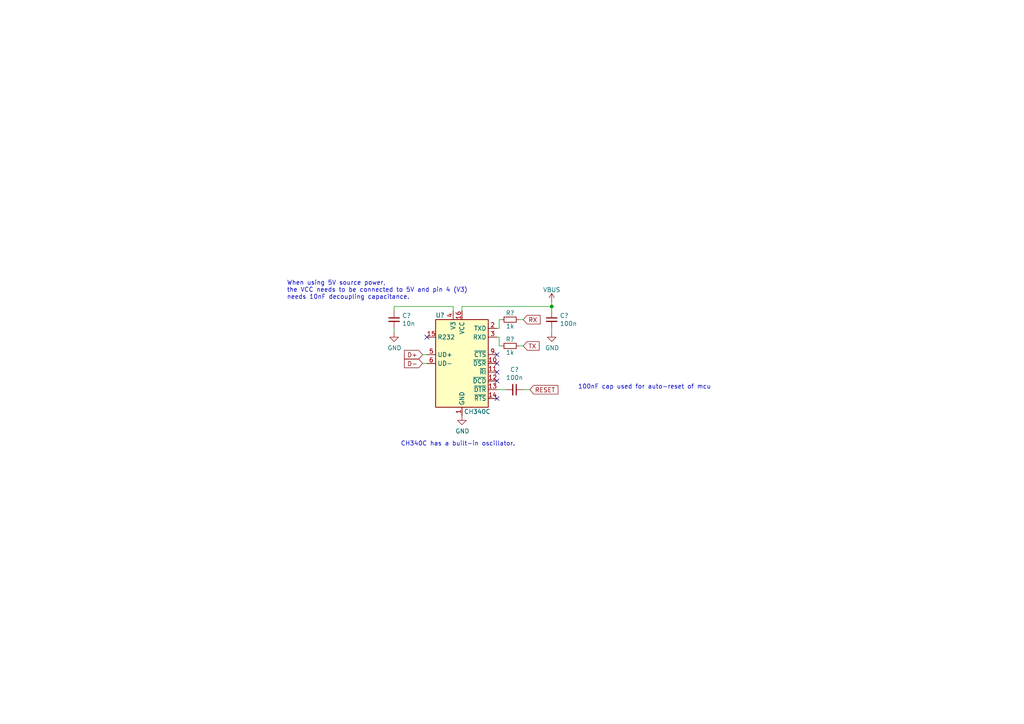
<source format=kicad_sch>
(kicad_sch (version 20211123) (generator eeschema)
  (paper "A4")
  (lib_symbols
    (symbol "Device:C_Small" (pin_numbers hide) (pin_names (offset 0.254) hide)
      (property "Reference" "C" (at 0.254 1.778 0))
      (property "Value" "C_Small" (at 0.254 -2.032 0))
      (symbol "C_Small_0_1"
        (polyline (pts (xy -1.524 -0.508) (xy 1.524 -0.508)) (stroke (width 0.3302)))
        (polyline (pts (xy -1.524 0.508) (xy 1.524 0.508)) (stroke (width 0.3048)))
      )
      (symbol "C_Small_1_1"
        (pin passive line (at 0 2.54 270) (length 2.032) (name "~") (number "1"))
        (pin passive line (at 0 -2.54 90) (length 2.032) (name "~") (number "2"))
      )
    )
    (symbol "Device:R_Small" (pin_numbers hide) (pin_names (offset 0.254) hide)
      (property "Reference" "R" (at 0.762 0.508 0))
      (property "Value" "R_Small" (at 0.762 -1.016 0))
      (symbol "R_Small_0_1"
        (rectangle (start -0.762 1.778) (end 0.762 -1.778) (stroke (width 0.2032)))
      )
      (symbol "R_Small_1_1"
        (pin passive line (at 0 2.54 270) (length 0.762) (name "~") (number "1"))
        (pin passive line (at 0 -2.54 90) (length 0.762) (name "~") (number "2"))
      )
    )
    (symbol "Interface_USB:CH340C"
      (property "Reference" "U" (at -5.08 13.97 0))
      (property "Value" "CH340C" (at 1.27 13.97 0))
      (symbol "CH340C_0_1"
        (rectangle (start -7.62 12.7) (end 7.62 -12.7) (stroke (width 0.254)) (fill (type background)))
      )
      (symbol "CH340C_1_1"
        (pin power_in line (at 0 -15.24 90) (length 2.54) (name "GND") (number "1"))
        (pin input line (at 10.16 0 180) (length 2.54) (name "~{DSR}") (number "10"))
        (pin input line (at 10.16 -2.54 180) (length 2.54) (name "~{RI}") (number "11"))
        (pin input line (at 10.16 -5.08 180) (length 2.54) (name "~{DCD}") (number "12"))
        (pin output line (at 10.16 -7.62 180) (length 2.54) (name "~{DTR}") (number "13"))
        (pin output line (at 10.16 -10.16 180) (length 2.54) (name "~{RTS}") (number "14"))
        (pin input line (at -10.16 7.62 0) (length 2.54) (name "R232") (number "15"))
        (pin power_in line (at 0 15.24 270) (length 2.54) (name "VCC") (number "16"))
        (pin output line (at 10.16 10.16 180) (length 2.54) (name "TXD") (number "2"))
        (pin input line (at 10.16 7.62 180) (length 2.54) (name "RXD") (number "3"))
        (pin passive line (at -2.54 15.24 270) (length 2.54) (name "V3") (number "4"))
        (pin bidirectional line (at -10.16 2.54 0) (length 2.54) (name "UD+") (number "5"))
        (pin bidirectional line (at -10.16 0 0) (length 2.54) (name "UD-") (number "6"))
        (pin no_connect line (at -7.62 -7.62 0) (length 2.54) hide (name "NC") (number "7"))
        (pin no_connect line (at -7.62 -10.16 0) (length 2.54) hide (name "NC") (number "8"))
        (pin input line (at 10.16 2.54 180) (length 2.54) (name "~{CTS}") (number "9"))
      )
    )
    (symbol "power:GND" (power) (pin_names (offset 0))
      (property "Value" "GND" (at 0 -3.81 0))
      (symbol "GND_0_1"
        (polyline (pts (xy 0 0) (xy 0 -1.27) (xy 1.27 -1.27) (xy 0 -2.54) (xy -1.27 -1.27) (xy 0 -1.27)))
      )
      (symbol "GND_1_1"
        (pin power_in line (at 0 0 270) (length 0) hide (name "GND") (number "1"))
      )
    )
    (symbol "power:VBUS" (power) (pin_names (offset 0))
      (property "Value" "VBUS" (at 0 3.81 0))
      (symbol "VBUS_0_1"
        (polyline (pts (xy -0.762 1.27) (xy 0 2.54)))
        (polyline (pts (xy 0 0) (xy 0 2.54)))
        (polyline (pts (xy 0 2.54) (xy 0.762 1.27)))
      )
      (symbol "VBUS_1_1"
        (pin power_in line (at 0 0 90) (length 0) hide (name "VBUS") (number "1"))
      )
    )
  )
  (junction (at 160.02 88.9))
  (no_connect (at 144.145 110.49))
  (no_connect (at 123.825 97.79))
  (no_connect (at 144.145 115.57))
  (no_connect (at 144.145 105.41))
  (no_connect (at 144.145 102.87))
  (no_connect (at 144.145 107.95))
  (wire (pts (xy 160.02 96.52) (xy 160.02 95.25)))
  (wire (pts (xy 145.415 100.33) (xy 144.78 100.33)))
  (wire (pts (xy 146.685 113.03) (xy 144.145 113.03)))
  (wire (pts (xy 122.555 102.87) (xy 123.825 102.87)))
  (wire (pts (xy 144.78 100.33) (xy 144.78 97.79)))
  (wire (pts (xy 131.445 90.17) (xy 131.445 88.9)))
  (wire (pts (xy 133.985 90.17) (xy 133.985 88.9)))
  (wire (pts (xy 160.02 87.63) (xy 160.02 88.9)))
  (wire (pts (xy 150.495 92.71) (xy 151.765 92.71)))
  (wire (pts (xy 153.67 113.03) (xy 151.765 113.03)))
  (wire (pts (xy 144.145 95.25) (xy 144.78 95.25)))
  (wire (pts (xy 150.495 100.33) (xy 151.765 100.33)))
  (wire (pts (xy 122.555 105.41) (xy 123.825 105.41)))
  (wire (pts (xy 114.3 90.17) (xy 114.3 88.9)))
  (wire (pts (xy 145.415 92.71) (xy 144.78 92.71)))
  (wire (pts (xy 114.3 96.52) (xy 114.3 95.25)))
  (wire (pts (xy 144.78 95.25) (xy 144.78 92.71)))
  (wire (pts (xy 160.02 88.9) (xy 160.02 90.17)))
  (wire (pts (xy 131.445 88.9) (xy 114.3 88.9)))
  (wire (pts (xy 144.78 97.79) (xy 144.145 97.79)))
  (wire (pts (xy 133.985 88.9) (xy 160.02 88.9)))
  (text "100nF cap used for auto-reset of mcu" (at 167.64 113.03 0) (effects (font (size 1.27 1.27)) (justify left bottom)))
  (text "CH340C has a built-in oscillator." (at 116.205 129.54 0) (effects (font (size 1.27 1.27)) (justify left bottom)))
  (text "When using 5V source power,\nthe VCC needs to be connected to 5V and pin 4 (V3)\nneeds 10nF decoupling capacitance." (at 83.185 86.995 0) (effects (font (size 1.27 1.27)) (justify left bottom)))
  (global_label "D+" (shape input) (at 122.555 102.87 180) (property "Intersheet References" "${INTERSHEET_REFS}" (effects hide)))
  (global_label "TX" (shape input) (at 151.765 100.33 0) (property "Intersheet References" "${INTERSHEET_REFS}" (effects hide)))
  (global_label "RESET" (shape input) (at 153.67 113.03 0) (property "Intersheet References" "${INTERSHEET_REFS}" (effects hide)))
  (global_label "D-" (shape input) (at 122.555 105.41 180) (property "Intersheet References" "${INTERSHEET_REFS}" (effects hide)))
  (global_label "RX" (shape input) (at 151.765 92.71 0) (property "Intersheet References" "${INTERSHEET_REFS}" (effects hide)))
  (symbol (lib_id "Interface_USB:CH340C") (at 133.985 105.41 0) (unit 1)
    (property "Reference" "U?" (at 127.635 91.44 0))
    (property "Value" "CH340C" (at 138.43 119.38 0))
    (property "Footprint" "Package_SO:SOIC-16_3.9x9.9mm_P1.27mm" (effects hide))
    (property "Datasheet" "https://datasheet.lcsc.com/szlcsc/Jiangsu-Qin-Heng-CH340C_C84681.pdf" (effects hide))
  )
  (symbol (lib_id "Device:C_Small") (at 114.3 92.71 0) (unit 1)
    (property "Reference" "C?" (at 116.6368 91.5416 0) (effects (justify left)))
    (property "Value" "10n" (at 116.6368 93.853 0) (effects (justify left)))
    (property "Basic/Extended" "Basic" (effects hide))
    (property "JLCPCB Part #" "C1710" (effects hide))
    (property "U labosu?" "Ne" (effects hide))
  )
  (symbol (lib_id "power:GND") (at 160.02 96.52 0) (unit 1)
    (property "Reference" "#PWR0107" (effects hide))
    (property "Value" "GND" (at 160.147 100.9142 0))
  )
  (symbol (lib_id "power:GND") (at 133.985 120.65 0) (unit 1)
    (property "Reference" "#PWR0105" (effects hide))
    (property "Value" "GND" (at 134.112 125.0442 0))
  )
  (symbol (lib_id "Device:C_Small") (at 149.225 113.03 270) (unit 1)
    (property "Reference" "C?" (at 149.225 107.2134 90))
    (property "Value" "100n" (at 149.225 109.5248 90))
    (property "Basic/Extended" "Basic" (effects hide))
    (property "JLCPCB Part #" "C49678" (effects hide))
    (property "U labosu?" "Da" (effects hide))
  )
  (symbol (lib_id "Device:C_Small") (at 160.02 92.71 0) (unit 1)
    (property "Reference" "C?" (at 162.3568 91.5416 0) (effects (justify left)))
    (property "Value" "100n" (at 162.3568 93.853 0) (effects (justify left)))
    (property "Basic/Extended" "Basic" (effects hide))
    (property "JLCPCB Part #" "C49678" (effects hide))
    (property "U labosu?" "Da" (effects hide))
  )
  (symbol (lib_id "power:VBUS") (at 160.02 87.63 0) (unit 1)
    (property "Reference" "#PWR0108" (effects hide))
    (property "Value" "VBUS" (at 160.02 84.0542 0))
  )
  (symbol (lib_id "Device:R_Small") (at 147.955 100.33 90) (unit 1)
    (property "Reference" "R?" (at 147.955 98.425 90))
    (property "Value" "1k" (at 147.955 102.235 90))
  )
  (symbol (lib_id "power:GND") (at 114.3 96.52 0) (unit 1)
    (property "Reference" "#PWR0106" (effects hide))
    (property "Value" "GND" (at 114.427 100.9142 0))
  )
  (symbol (lib_id "Device:R_Small") (at 147.955 92.71 90) (unit 1)
    (property "Reference" "R?" (at 147.955 90.805 90))
    (property "Value" "1k" (at 147.955 94.615 90))
  )
)
</source>
